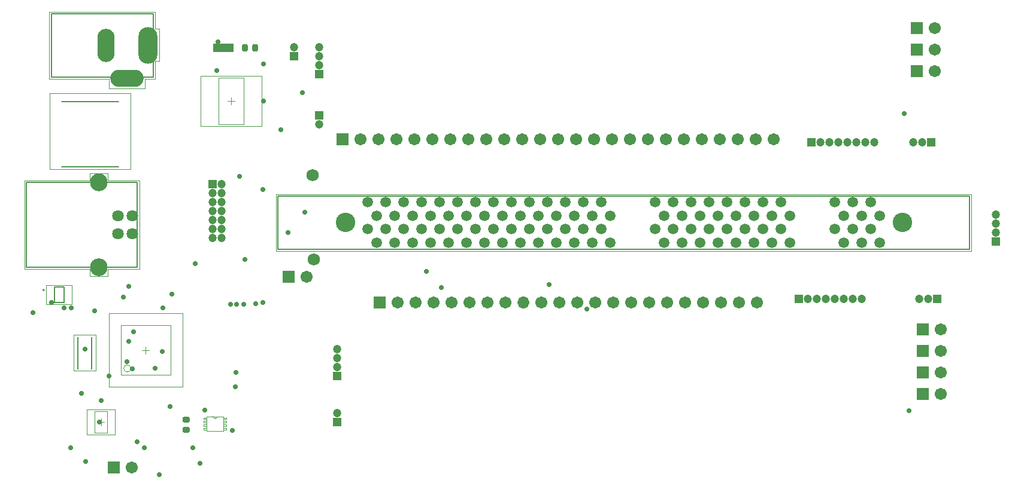
<source format=gbs>
G04*
G04 #@! TF.GenerationSoftware,Altium Limited,Altium Designer,19.1.7 (138)*
G04*
G04 Layer_Color=16711935*
%FSAX43Y43*%
%MOMM*%
G71*
G01*
G75*
%ADD14C,0.200*%
%ADD15C,0.000*%
%ADD16C,0.127*%
%ADD17C,0.100*%
%ADD19C,0.050*%
G04:AMPARAMS|DCode=37|XSize=0.803mm|YSize=1.053mm|CornerRadius=0.252mm|HoleSize=0mm|Usage=FLASHONLY|Rotation=0.000|XOffset=0mm|YOffset=0mm|HoleType=Round|Shape=RoundedRectangle|*
%AMROUNDEDRECTD37*
21,1,0.803,0.550,0,0,0.0*
21,1,0.300,1.053,0,0,0.0*
1,1,0.503,0.150,-0.275*
1,1,0.503,-0.150,-0.275*
1,1,0.503,-0.150,0.275*
1,1,0.503,0.150,0.275*
%
%ADD37ROUNDEDRECTD37*%
G04:AMPARAMS|DCode=52|XSize=0.803mm|YSize=1.053mm|CornerRadius=0.252mm|HoleSize=0mm|Usage=FLASHONLY|Rotation=90.000|XOffset=0mm|YOffset=0mm|HoleType=Round|Shape=RoundedRectangle|*
%AMROUNDEDRECTD52*
21,1,0.803,0.550,0,0,90.0*
21,1,0.300,1.053,0,0,90.0*
1,1,0.503,0.275,0.150*
1,1,0.503,0.275,-0.150*
1,1,0.503,-0.275,-0.150*
1,1,0.503,-0.275,0.150*
%
%ADD52ROUNDEDRECTD52*%
%ADD53R,1.203X1.203*%
%ADD54C,1.203*%
%ADD55R,1.003X1.003*%
%ADD56C,1.703*%
%ADD57R,1.703X1.703*%
%ADD58R,1.203X1.203*%
%ADD59O,2.703X5.203*%
%ADD60O,2.453X4.703*%
%ADD61O,4.703X2.453*%
%ADD62C,2.743*%
%ADD63C,1.521*%
%ADD64O,1.713X1.703*%
%ADD65C,2.503*%
%ADD66C,1.631*%
%ADD67C,0.703*%
%ADD68C,1.727*%
G36*
X0055029Y0093056D02*
X0057829D01*
Y0091856D01*
X0055029D01*
Y0093056D01*
D02*
G37*
D14*
X0031112Y0058181D02*
G03*
X0031112Y0058181I-0000100J0000000D01*
G01*
D02*
G03*
X0031112Y0058181I-0000100J0000000D01*
G01*
D15*
X0054967Y0040284D02*
G03*
X0055577Y0040284I0000305J0000000D01*
G01*
X0054967D02*
G03*
X0055577Y0040284I0000305J0000000D01*
G01*
X0054078Y0038202D02*
Y0040284D01*
X0054967D01*
X0055577D01*
X0056466D01*
Y0038202D02*
Y0040284D01*
X0054078Y0038202D02*
X0056466D01*
Y0040107D02*
X0056872D01*
Y0039878D02*
Y0040107D01*
X0056466Y0039878D02*
X0056872D01*
X0056466D02*
Y0040107D01*
Y0039624D02*
X0056872D01*
Y0039370D02*
Y0039624D01*
X0056466Y0039370D02*
X0056872D01*
X0056466D02*
Y0039624D01*
Y0039116D02*
X0056872D01*
Y0038862D02*
Y0039116D01*
X0056466Y0038862D02*
X0056872D01*
X0056466D02*
Y0039116D01*
Y0038608D02*
X0056872D01*
Y0038379D02*
Y0038608D01*
X0056466Y0038379D02*
X0056872D01*
X0056466D02*
Y0038608D01*
X0053672Y0038379D02*
X0054078D01*
X0053672D02*
Y0038608D01*
X0054078D01*
Y0038379D02*
Y0038608D01*
X0053672Y0038862D02*
X0054078D01*
X0053672D02*
Y0039116D01*
X0054078D01*
Y0038862D02*
Y0039116D01*
X0053672Y0039370D02*
X0054078D01*
X0053672D02*
Y0039624D01*
X0054078D01*
Y0039370D02*
Y0039624D01*
X0053672Y0039878D02*
X0054078D01*
X0053672D02*
Y0040107D01*
X0054078D01*
Y0039878D02*
Y0040107D01*
Y0038202D02*
Y0040284D01*
X0054967D01*
X0055577D01*
X0056466D01*
Y0038202D02*
Y0040284D01*
X0054078Y0038202D02*
X0056466D01*
Y0040107D02*
X0056872D01*
Y0039878D02*
Y0040107D01*
X0056466Y0039878D02*
X0056872D01*
X0056466D02*
Y0040107D01*
Y0039624D02*
X0056872D01*
Y0039370D02*
Y0039624D01*
X0056466Y0039370D02*
X0056872D01*
X0056466D02*
Y0039624D01*
Y0039116D02*
X0056872D01*
Y0038862D02*
Y0039116D01*
X0056466Y0038862D02*
X0056872D01*
X0056466D02*
Y0039116D01*
Y0038608D02*
X0056872D01*
Y0038379D02*
Y0038608D01*
X0056466Y0038379D02*
X0056872D01*
X0056466D02*
Y0038608D01*
X0053672Y0038379D02*
X0054078D01*
X0053672D02*
Y0038608D01*
X0054078D01*
Y0038379D02*
Y0038608D01*
X0053672Y0038862D02*
X0054078D01*
X0053672D02*
Y0039116D01*
X0054078D01*
Y0038862D02*
Y0039116D01*
X0053672Y0039370D02*
X0054078D01*
X0053672D02*
Y0039624D01*
X0054078D01*
Y0039370D02*
Y0039624D01*
X0053672Y0039878D02*
X0054078D01*
X0053672D02*
Y0040107D01*
X0054078D01*
Y0039878D02*
Y0040107D01*
D16*
X0055629Y0092056D02*
X0057229D01*
X0055629Y0092856D02*
X0057229D01*
X0055629Y0092056D02*
Y0092856D01*
X0057229Y0092056D02*
Y0092856D01*
X0055629Y0092056D02*
X0057229D01*
X0055629Y0092856D02*
X0057229D01*
X0055629Y0092056D02*
Y0092856D01*
X0057229Y0092056D02*
Y0092856D01*
X0032099Y0088338D02*
X0046499D01*
X0032099D02*
Y0097338D01*
X0046499D01*
Y0088338D02*
Y0097338D01*
X0032099Y0088338D02*
X0046499D01*
X0032099D02*
Y0097338D01*
X0046499D01*
Y0088338D02*
Y0097338D01*
X0033592Y0084836D02*
X0041592D01*
X0033592Y0075626D02*
X0041592D01*
X0033592Y0084836D02*
X0041592D01*
X0033592Y0075626D02*
X0041592D01*
X0032512Y0056451D02*
Y0058611D01*
Y0056451D02*
X0033912D01*
Y0058611D01*
X0032512D02*
X0033912D01*
X0032512Y0056451D02*
Y0058611D01*
Y0056451D02*
X0033912D01*
Y0058611D01*
X0032512D02*
X0033912D01*
X0037830Y0047026D02*
Y0051526D01*
X0035830Y0047026D02*
Y0051526D01*
X0037830Y0047026D02*
Y0051526D01*
X0035830Y0047026D02*
Y0051526D01*
X0161925Y0063987D02*
Y0071527D01*
X0064135D02*
X0161925D01*
X0064135Y0063987D02*
Y0071527D01*
Y0063987D02*
X0161925D01*
Y0071527D01*
X0064135D02*
X0161925D01*
X0064135Y0063987D02*
Y0071527D01*
Y0063987D02*
X0161925D01*
X0044249Y0061402D02*
Y0073432D01*
X0028539Y0061402D02*
X0044249D01*
X0028539Y0073432D02*
X0044249D01*
X0028539Y0061402D02*
Y0073432D01*
X0044249Y0061402D02*
Y0073432D01*
X0028539Y0061402D02*
X0044249D01*
X0028539Y0073432D02*
X0044249D01*
X0028539Y0061402D02*
Y0073432D01*
D17*
X0043338Y0047071D02*
G03*
X0043338Y0047071I-0000500J0000000D01*
G01*
X0048938Y0046171D02*
Y0053171D01*
X0041938Y0046171D02*
Y0053171D01*
X0048938D01*
X0041938Y0046171D02*
X0048938D01*
X0055779Y0088238D02*
X0059329D01*
X0055779Y0081688D02*
X0059329D01*
X0055779D02*
Y0088238D01*
X0059329Y0081688D02*
Y0088238D01*
X0038216Y0037947D02*
Y0041047D01*
X0040016Y0037947D02*
Y0041047D01*
X0038216D02*
X0040016D01*
X0038216Y0037947D02*
X0040016D01*
X0044938Y0049671D02*
X0045938D01*
X0045438Y0049171D02*
Y0050171D01*
X0057554Y0084463D02*
Y0085463D01*
X0057054Y0084963D02*
X0058054D01*
X0038616Y0039497D02*
X0039616D01*
X0039116Y0038997D02*
Y0039997D01*
D19*
X0045349Y0088088D02*
X0046799D01*
X0045349Y0086738D02*
Y0088088D01*
X0040249Y0086738D02*
X0045349D01*
X0040249D02*
Y0088088D01*
X0031799D02*
X0040249D01*
X0031799D02*
Y0097588D01*
X0046799D01*
Y0095188D02*
Y0097588D01*
Y0088088D02*
Y0090588D01*
X0047349D01*
Y0095188D01*
X0046799D02*
X0047349D01*
X0031842Y0086086D02*
X0043342D01*
Y0075336D02*
Y0086086D01*
X0031842Y0075336D02*
X0043342D01*
X0031842D02*
Y0086086D01*
X0050638Y0044471D02*
Y0054871D01*
X0040238Y0044471D02*
Y0054871D01*
X0050638D01*
X0040238Y0044471D02*
X0050638D01*
X0053229Y0088513D02*
X0061879D01*
X0053229Y0081413D02*
X0061879D01*
X0053229D02*
Y0088513D01*
X0061879Y0081413D02*
Y0088513D01*
X0037116Y0037697D02*
Y0041297D01*
X0041116Y0037697D02*
Y0041297D01*
X0037116D02*
X0041116D01*
X0037116Y0037697D02*
X0041116D01*
X0038380Y0046726D02*
Y0051826D01*
X0035280Y0046726D02*
X0038380D01*
X0035280D02*
Y0051826D01*
X0038380D01*
X0162180Y0063737D02*
Y0071777D01*
X0063880D02*
X0162180D01*
X0063880Y0063737D02*
Y0071777D01*
Y0063737D02*
X0162180D01*
X0040069Y0073667D02*
X0044569D01*
X0040069D02*
Y0074667D01*
X0037569D02*
X0040069D01*
X0037569Y0073667D02*
Y0074667D01*
X0028319Y0073667D02*
X0037569D01*
X0028319Y0061167D02*
Y0073667D01*
Y0061167D02*
X0037569D01*
Y0060167D02*
Y0061167D01*
Y0060167D02*
X0040069D01*
Y0061167D01*
X0044569D01*
Y0073667D01*
X0031402Y0058861D02*
X0035022D01*
Y0056201D02*
Y0058861D01*
X0031402Y0056201D02*
X0035022D01*
X0031402D02*
Y0058861D01*
D37*
X0059451Y0092456D02*
D03*
X0060951D02*
D03*
D52*
X0051162Y0038366D02*
D03*
Y0039866D02*
D03*
D53*
X0165608Y0065024D02*
D03*
X0054864Y0073152D02*
D03*
X0069977Y0088773D02*
D03*
X0072517Y0039497D02*
D03*
Y0045974D02*
D03*
X0069977Y0082931D02*
D03*
X0066421Y0091313D02*
D03*
D54*
X0165608Y0066294D02*
D03*
Y0067564D02*
D03*
Y0068834D02*
D03*
X0056134Y0073152D02*
D03*
X0054864Y0071882D02*
D03*
X0056134D02*
D03*
X0054864Y0070612D02*
D03*
X0056134D02*
D03*
X0054864Y0069342D02*
D03*
X0056134D02*
D03*
X0054864Y0068072D02*
D03*
X0056134D02*
D03*
X0054864Y0066802D02*
D03*
X0056134D02*
D03*
X0054864Y0065532D02*
D03*
X0056134D02*
D03*
X0140843Y0079121D02*
D03*
X0142113D02*
D03*
X0143383D02*
D03*
X0144653D02*
D03*
X0145923D02*
D03*
X0147193D02*
D03*
X0148463D02*
D03*
X0069977Y0092583D02*
D03*
Y0091313D02*
D03*
Y0090043D02*
D03*
X0155194Y0079121D02*
D03*
X0153924D02*
D03*
X0072517Y0040767D02*
D03*
X0139065Y0056896D02*
D03*
X0140335D02*
D03*
X0141605D02*
D03*
X0142875D02*
D03*
X0144145D02*
D03*
X0145415D02*
D03*
X0146685D02*
D03*
X0072517Y0047244D02*
D03*
Y0048514D02*
D03*
Y0049784D02*
D03*
X0069977Y0081661D02*
D03*
X0156083Y0056896D02*
D03*
X0154813D02*
D03*
X0066421Y0092583D02*
D03*
D55*
X0055629Y0092456D02*
D03*
X0057229D02*
D03*
D56*
X0134239Y0079502D02*
D03*
X0131699D02*
D03*
X0129159D02*
D03*
X0126619D02*
D03*
X0124079D02*
D03*
X0121539D02*
D03*
X0118999D02*
D03*
X0116459D02*
D03*
X0113919D02*
D03*
X0111379D02*
D03*
X0108839D02*
D03*
X0106299D02*
D03*
X0103759D02*
D03*
X0101219D02*
D03*
X0098679D02*
D03*
X0096139D02*
D03*
X0093599D02*
D03*
X0091059D02*
D03*
X0088519D02*
D03*
X0085979D02*
D03*
X0083439D02*
D03*
X0080899D02*
D03*
X0078359D02*
D03*
X0075819D02*
D03*
X0068199Y0060071D02*
D03*
X0081026Y0056388D02*
D03*
X0083566D02*
D03*
X0086106D02*
D03*
X0088646D02*
D03*
X0091186D02*
D03*
X0093726D02*
D03*
X0096266D02*
D03*
X0101346D02*
D03*
X0103886D02*
D03*
X0106426D02*
D03*
X0108966D02*
D03*
X0111506D02*
D03*
X0114046D02*
D03*
X0116586D02*
D03*
X0119126D02*
D03*
X0121666D02*
D03*
X0124206D02*
D03*
X0126746D02*
D03*
X0129286D02*
D03*
X0131826D02*
D03*
X0043434Y0033020D02*
D03*
X0156972Y0089154D02*
D03*
Y0092202D02*
D03*
Y0095250D02*
D03*
X0157861Y0052578D02*
D03*
Y0049530D02*
D03*
Y0046482D02*
D03*
Y0043434D02*
D03*
D57*
X0073279Y0079502D02*
D03*
X0065659Y0060071D02*
D03*
X0078486Y0056388D02*
D03*
X0040894Y0033020D02*
D03*
X0154432Y0089154D02*
D03*
Y0092202D02*
D03*
Y0095250D02*
D03*
X0155321Y0052578D02*
D03*
Y0049530D02*
D03*
Y0046482D02*
D03*
Y0043434D02*
D03*
D58*
X0139573Y0079121D02*
D03*
X0156464D02*
D03*
X0137795Y0056896D02*
D03*
X0157353D02*
D03*
D59*
X0045799Y0092838D02*
D03*
D60*
X0039799D02*
D03*
D61*
X0042799Y0088138D02*
D03*
D62*
X0152400Y0067757D02*
D03*
X0073660D02*
D03*
D63*
X0149225Y0068707D02*
D03*
X0147955Y0070607D02*
D03*
X0146685Y0068707D02*
D03*
X0145415Y0070607D02*
D03*
X0144145Y0068707D02*
D03*
X0142875Y0070607D02*
D03*
X0136525Y0068707D02*
D03*
X0135255Y0070607D02*
D03*
X0133985Y0068707D02*
D03*
X0132715Y0070607D02*
D03*
X0131445Y0068707D02*
D03*
X0130175Y0070607D02*
D03*
X0128905Y0068707D02*
D03*
X0127635Y0070607D02*
D03*
X0126365Y0068707D02*
D03*
X0125095Y0070607D02*
D03*
X0123825Y0068707D02*
D03*
X0122555Y0070607D02*
D03*
X0121285Y0068707D02*
D03*
X0120015Y0070607D02*
D03*
X0118745Y0068707D02*
D03*
X0117475Y0070607D02*
D03*
X0111125Y0068707D02*
D03*
X0109855Y0070607D02*
D03*
X0108585Y0068707D02*
D03*
X0107315Y0070607D02*
D03*
X0106045Y0068707D02*
D03*
X0104775Y0070607D02*
D03*
X0103505Y0068707D02*
D03*
X0102235Y0070607D02*
D03*
X0100965Y0068707D02*
D03*
X0099695Y0070607D02*
D03*
X0098425Y0068707D02*
D03*
X0097155Y0070607D02*
D03*
X0095885Y0068707D02*
D03*
X0094615Y0070607D02*
D03*
X0093345Y0068707D02*
D03*
X0092075Y0070607D02*
D03*
X0090805Y0068707D02*
D03*
X0089535Y0070607D02*
D03*
X0088265Y0068707D02*
D03*
X0086995Y0070607D02*
D03*
X0085725Y0068707D02*
D03*
X0084455Y0070607D02*
D03*
X0083185Y0068707D02*
D03*
X0081915Y0070607D02*
D03*
X0080645Y0068707D02*
D03*
X0079375Y0070607D02*
D03*
X0078105Y0068707D02*
D03*
X0076835Y0070607D02*
D03*
X0149225Y0064907D02*
D03*
X0147955Y0066807D02*
D03*
X0146685Y0064907D02*
D03*
X0145415Y0066807D02*
D03*
X0144145Y0064907D02*
D03*
X0142875Y0066807D02*
D03*
X0136525Y0064907D02*
D03*
X0135255Y0066807D02*
D03*
X0133985Y0064907D02*
D03*
X0132715Y0066807D02*
D03*
X0131445Y0064907D02*
D03*
X0130175Y0066807D02*
D03*
X0128905Y0064907D02*
D03*
X0127635Y0066807D02*
D03*
X0126365Y0064907D02*
D03*
X0125095Y0066807D02*
D03*
X0123825Y0064907D02*
D03*
X0122555Y0066807D02*
D03*
X0121285Y0064907D02*
D03*
X0120015Y0066807D02*
D03*
X0118745Y0064907D02*
D03*
X0117475Y0066807D02*
D03*
X0111125Y0064907D02*
D03*
X0109855Y0066807D02*
D03*
X0108585Y0064907D02*
D03*
X0107315Y0066807D02*
D03*
X0106045Y0064907D02*
D03*
X0104775Y0066807D02*
D03*
X0103505Y0064907D02*
D03*
X0102235Y0066807D02*
D03*
X0100965Y0064907D02*
D03*
X0099695Y0066807D02*
D03*
X0098425Y0064907D02*
D03*
X0097155Y0066807D02*
D03*
X0095885Y0064907D02*
D03*
X0094615Y0066807D02*
D03*
X0093345Y0064907D02*
D03*
X0092075Y0066807D02*
D03*
X0090805Y0064907D02*
D03*
X0089535Y0066807D02*
D03*
X0088265Y0064907D02*
D03*
X0086995Y0066807D02*
D03*
X0085725Y0064907D02*
D03*
X0084455Y0066807D02*
D03*
X0083185Y0064907D02*
D03*
X0081915Y0066807D02*
D03*
X0080645Y0064907D02*
D03*
X0079375Y0066807D02*
D03*
X0078105Y0064907D02*
D03*
X0076835Y0066807D02*
D03*
D64*
X0098806Y0056388D02*
D03*
D65*
X0038819Y0061397D02*
D03*
Y0073437D02*
D03*
D66*
X0041529Y0066167D02*
D03*
Y0068667D02*
D03*
X0043529D02*
D03*
Y0066167D02*
D03*
D67*
X0049161Y0057646D02*
D03*
X0043053Y0050927D02*
D03*
X0047764Y0049518D02*
D03*
X0043700Y0052312D02*
D03*
X0043591Y0047048D02*
D03*
X0047879Y0055626D02*
D03*
X0057404Y0056134D02*
D03*
X0044196Y0036703D02*
D03*
X0046748Y0047105D02*
D03*
X0059309Y0056134D02*
D03*
X0042799Y0048006D02*
D03*
X0053799Y0041148D02*
D03*
X0058293Y0056134D02*
D03*
X0036322Y0043561D02*
D03*
X0040259Y0045974D02*
D03*
X0039116Y0042545D02*
D03*
X0034798Y0035814D02*
D03*
X0036957Y0033909D02*
D03*
X0048895Y0041656D02*
D03*
X0053086Y0033636D02*
D03*
X0052070Y0035814D02*
D03*
X0058154Y0044481D02*
D03*
X0059436Y0062484D02*
D03*
X0065532Y0066294D02*
D03*
X0067945Y0069164D02*
D03*
X0061976Y0072390D02*
D03*
X0058674Y0074295D02*
D03*
X0067564Y0086106D02*
D03*
X0057723Y0038342D02*
D03*
X0036830Y0049784D02*
D03*
X0038227Y0055245D02*
D03*
X0055626Y0093345D02*
D03*
X0062103Y0090170D02*
D03*
X0055499Y0089281D02*
D03*
X0047359Y0032004D02*
D03*
X0052463Y0061964D02*
D03*
X0062115Y0084951D02*
D03*
X0060960Y0056261D02*
D03*
X0062006Y0056388D02*
D03*
X0085090Y0060833D02*
D03*
X0043053Y0058674D02*
D03*
X0058166Y0046482D02*
D03*
X0045276Y0035877D02*
D03*
X0034925Y0055626D02*
D03*
X0042291Y0057150D02*
D03*
X0038866Y0039497D02*
D03*
X0064516Y0080899D02*
D03*
X0032156Y0056428D02*
D03*
X0033934Y0055666D02*
D03*
X0029464Y0054991D02*
D03*
X0152654Y0083185D02*
D03*
X0107823Y0055499D02*
D03*
X0102489Y0058928D02*
D03*
X0087249Y0058547D02*
D03*
X0153376Y0041080D02*
D03*
D68*
X0069066Y0074425D02*
D03*
X0069215Y0062484D02*
D03*
M02*

</source>
